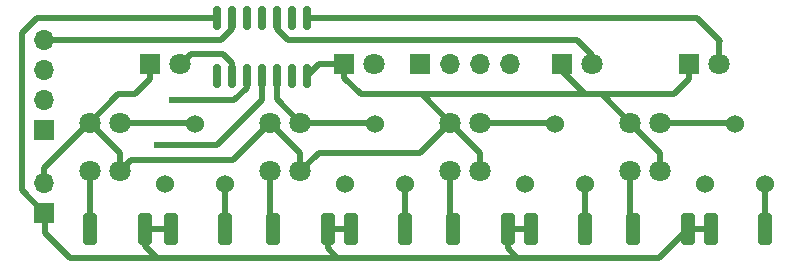
<source format=gbr>
%TF.GenerationSoftware,KiCad,Pcbnew,8.0.5*%
%TF.CreationDate,2024-10-09T02:46:16+09:00*%
%TF.ProjectId,LT,4c542e6b-6963-4616-945f-706362585858,rev?*%
%TF.SameCoordinates,Original*%
%TF.FileFunction,Copper,L1,Top*%
%TF.FilePolarity,Positive*%
%FSLAX46Y46*%
G04 Gerber Fmt 4.6, Leading zero omitted, Abs format (unit mm)*
G04 Created by KiCad (PCBNEW 8.0.5) date 2024-10-09 02:46:16*
%MOMM*%
%LPD*%
G01*
G04 APERTURE LIST*
G04 Aperture macros list*
%AMRoundRect*
0 Rectangle with rounded corners*
0 $1 Rounding radius*
0 $2 $3 $4 $5 $6 $7 $8 $9 X,Y pos of 4 corners*
0 Add a 4 corners polygon primitive as box body*
4,1,4,$2,$3,$4,$5,$6,$7,$8,$9,$2,$3,0*
0 Add four circle primitives for the rounded corners*
1,1,$1+$1,$2,$3*
1,1,$1+$1,$4,$5*
1,1,$1+$1,$6,$7*
1,1,$1+$1,$8,$9*
0 Add four rect primitives between the rounded corners*
20,1,$1+$1,$2,$3,$4,$5,0*
20,1,$1+$1,$4,$5,$6,$7,0*
20,1,$1+$1,$6,$7,$8,$9,0*
20,1,$1+$1,$8,$9,$2,$3,0*%
G04 Aperture macros list end*
%TA.AperFunction,ComponentPad*%
%ADD10R,1.800000X1.800000*%
%TD*%
%TA.AperFunction,ComponentPad*%
%ADD11C,1.800000*%
%TD*%
%TA.AperFunction,ComponentPad*%
%ADD12C,1.524000*%
%TD*%
%TA.AperFunction,SMDPad,CuDef*%
%ADD13RoundRect,0.250000X-0.362500X-1.075000X0.362500X-1.075000X0.362500X1.075000X-0.362500X1.075000X0*%
%TD*%
%TA.AperFunction,ComponentPad*%
%ADD14O,1.700000X1.700000*%
%TD*%
%TA.AperFunction,ComponentPad*%
%ADD15R,1.700000X1.700000*%
%TD*%
%TA.AperFunction,SMDPad,CuDef*%
%ADD16RoundRect,0.250000X0.362500X1.075000X-0.362500X1.075000X-0.362500X-1.075000X0.362500X-1.075000X0*%
%TD*%
%TA.AperFunction,SMDPad,CuDef*%
%ADD17RoundRect,0.150000X0.150000X-0.825000X0.150000X0.825000X-0.150000X0.825000X-0.150000X-0.825000X0*%
%TD*%
%TA.AperFunction,ViaPad*%
%ADD18C,0.600000*%
%TD*%
%TA.AperFunction,Conductor*%
%ADD19C,0.500000*%
%TD*%
G04 APERTURE END LIST*
D10*
%TO.P,D2,1,K*%
%TO.N,GND*%
X41270000Y-19195000D03*
D11*
%TO.P,D2,2,A*%
%TO.N,Net-(D2-A)*%
X43810000Y-19195000D03*
%TD*%
D12*
%TO.P,R4,3*%
%TO.N,N/C*%
X41347500Y-29355000D03*
%TO.P,R4,2*%
%TO.N,Net-(R4-Pad2)*%
X46427500Y-29355000D03*
%TO.P,R4,1*%
%TO.N,S2*%
X43887500Y-24275000D03*
%TD*%
D13*
%TO.P,R10,2*%
%TO.N,Net-(R10-Pad2)*%
X76907500Y-33165000D03*
%TO.P,R10,1*%
%TO.N,+5V*%
X72282500Y-33165000D03*
%TD*%
D14*
%TO.P,J2,4,Pin_4*%
%TO.N,Net-(J2-Pin_4)*%
X15875000Y-17135000D03*
%TO.P,J2,3,Pin_3*%
%TO.N,Net-(J2-Pin_3)*%
X15875000Y-19675000D03*
%TO.P,J2,2,Pin_2*%
%TO.N,Net-(J2-Pin_2)*%
X15875000Y-22215000D03*
D15*
%TO.P,J2,1,Pin_1*%
%TO.N,Net-(J2-Pin_1)*%
X15875000Y-24755000D03*
%TD*%
D14*
%TO.P,J1,4,Pin_4*%
%TO.N,S4*%
X55317500Y-19195000D03*
%TO.P,J1,3,Pin_3*%
%TO.N,S3*%
X52777500Y-19195000D03*
%TO.P,J1,2,Pin_2*%
%TO.N,S2*%
X50237500Y-19195000D03*
D15*
%TO.P,J1,1,Pin_1*%
%TO.N,S1*%
X47697500Y-19195000D03*
%TD*%
D16*
%TO.P,R11,2*%
%TO.N,Net-(U5-Anode)*%
X50465000Y-33165000D03*
%TO.P,R11,1*%
%TO.N,+5V*%
X55090000Y-33165000D03*
%TD*%
%TO.P,R1,2*%
%TO.N,Net-(U1-Anode)*%
X19757500Y-33165000D03*
%TO.P,R1,1*%
%TO.N,+5V*%
X24382500Y-33165000D03*
%TD*%
%TO.P,R6,2*%
%TO.N,Net-(U4-Anode)*%
X35225000Y-33165000D03*
%TO.P,R6,1*%
%TO.N,+5V*%
X39850000Y-33165000D03*
%TD*%
D13*
%TO.P,R3,2*%
%TO.N,Net-(R2-Pad2)*%
X31187500Y-33165000D03*
%TO.P,R3,1*%
%TO.N,+5V*%
X26562500Y-33165000D03*
%TD*%
D12*
%TO.P,R2,3*%
%TO.N,N/C*%
X26107500Y-29355000D03*
%TO.P,R2,2*%
%TO.N,Net-(R2-Pad2)*%
X31187500Y-29355000D03*
%TO.P,R2,1*%
%TO.N,S1*%
X28647500Y-24275000D03*
%TD*%
D11*
%TO.P,D1,2,A*%
%TO.N,Net-(D1-A)*%
X27377500Y-19195000D03*
D10*
%TO.P,D1,1,K*%
%TO.N,GND*%
X24837500Y-19195000D03*
%TD*%
D12*
%TO.P,R8,3*%
%TO.N,N/C*%
X71827500Y-29355000D03*
%TO.P,R8,2*%
%TO.N,Net-(R10-Pad2)*%
X76907500Y-29355000D03*
%TO.P,R8,1*%
%TO.N,S4*%
X74367500Y-24275000D03*
%TD*%
D13*
%TO.P,R5,2*%
%TO.N,Net-(R4-Pad2)*%
X46427500Y-33165000D03*
%TO.P,R5,1*%
%TO.N,+5V*%
X41802500Y-33165000D03*
%TD*%
D12*
%TO.P,R7,3*%
%TO.N,N/C*%
X56587500Y-29355000D03*
%TO.P,R7,2*%
%TO.N,Net-(R7-Pad2)*%
X61667500Y-29355000D03*
%TO.P,R7,1*%
%TO.N,S3*%
X59127500Y-24275000D03*
%TD*%
D14*
%TO.P,J3,2,Pin_2*%
%TO.N,GND*%
X15875000Y-29215000D03*
D15*
%TO.P,J3,1,Pin_1*%
%TO.N,+5V*%
X15875000Y-31755000D03*
%TD*%
D10*
%TO.P,D4,1,K*%
%TO.N,GND*%
X70485000Y-19195000D03*
D11*
%TO.P,D4,2,A*%
%TO.N,Net-(D4-A)*%
X73025000Y-19195000D03*
%TD*%
D16*
%TO.P,R12,2*%
%TO.N,Net-(U6-Anode)*%
X65705000Y-33165000D03*
%TO.P,R12,1*%
%TO.N,+5V*%
X70330000Y-33165000D03*
%TD*%
D11*
%TO.P,D3,2,A*%
%TO.N,Net-(D3-A)*%
X62225000Y-19195000D03*
D10*
%TO.P,D3,1,K*%
%TO.N,GND*%
X59685000Y-19195000D03*
%TD*%
D13*
%TO.P,R9,2*%
%TO.N,Net-(R7-Pad2)*%
X61667500Y-33165000D03*
%TO.P,R9,1*%
%TO.N,+5V*%
X57042500Y-33165000D03*
%TD*%
D17*
%TO.P,U2,14,VCC*%
%TO.N,+5V*%
X30480000Y-15240000D03*
%TO.P,U2,13*%
%TO.N,Net-(J2-Pin_4)*%
X31750000Y-15240000D03*
%TO.P,U2,12*%
%TO.N,Net-(J2-Pin_3)*%
X33020000Y-15240000D03*
%TO.P,U2,11*%
%TO.N,S3*%
X34290000Y-15240000D03*
%TO.P,U2,10*%
%TO.N,Net-(D3-A)*%
X35560000Y-15240000D03*
%TO.P,U2,9*%
%TO.N,S4*%
X36830000Y-15240000D03*
%TO.P,U2,8*%
%TO.N,Net-(D4-A)*%
X38100000Y-15240000D03*
%TO.P,U2,7,GND*%
%TO.N,GND*%
X38100000Y-20190000D03*
%TO.P,U2,6*%
%TO.N,Net-(D2-A)*%
X36830000Y-20190000D03*
%TO.P,U2,5*%
%TO.N,S2*%
X35560000Y-20190000D03*
%TO.P,U2,4*%
%TO.N,Net-(J2-Pin_1)*%
X34290000Y-20190000D03*
%TO.P,U2,3*%
%TO.N,Net-(J2-Pin_2)*%
X33020000Y-20190000D03*
%TO.P,U2,2*%
%TO.N,Net-(D1-A)*%
X31750000Y-20190000D03*
%TO.P,U2,1*%
%TO.N,S1*%
X30480000Y-20190000D03*
%TD*%
D11*
%TO.P,U6,4,Collector*%
%TO.N,S4*%
X68017500Y-24130000D03*
%TO.P,U6,3,Emitter*%
%TO.N,GND*%
X65477500Y-24130000D03*
%TO.P,U6,2,Cathode*%
X68017500Y-28230000D03*
%TO.P,U6,1,Anode*%
%TO.N,Net-(U6-Anode)*%
X65477500Y-28230000D03*
%TD*%
%TO.P,U1,4,Collector*%
%TO.N,S1*%
X22297500Y-24130000D03*
%TO.P,U1,3,Emitter*%
%TO.N,GND*%
X19757500Y-24130000D03*
%TO.P,U1,2,Cathode*%
X22297500Y-28230000D03*
%TO.P,U1,1,Anode*%
%TO.N,Net-(U1-Anode)*%
X19757500Y-28230000D03*
%TD*%
%TO.P,U4,4,Collector*%
%TO.N,S2*%
X37537500Y-24130000D03*
%TO.P,U4,3,Emitter*%
%TO.N,GND*%
X34997500Y-24130000D03*
%TO.P,U4,2,Cathode*%
X37537500Y-28230000D03*
%TO.P,U4,1,Anode*%
%TO.N,Net-(U4-Anode)*%
X34997500Y-28230000D03*
%TD*%
%TO.P,U5,4,Collector*%
%TO.N,S3*%
X52777500Y-24130000D03*
%TO.P,U5,3,Emitter*%
%TO.N,GND*%
X50237500Y-24130000D03*
%TO.P,U5,2,Cathode*%
X52777500Y-28230000D03*
%TO.P,U5,1,Anode*%
%TO.N,Net-(U5-Anode)*%
X50237500Y-28230000D03*
%TD*%
D18*
%TO.N,Net-(J2-Pin_3)*%
X33020000Y-15240000D03*
%TO.N,Net-(J2-Pin_2)*%
X26670000Y-22225000D03*
%TO.N,Net-(J2-Pin_1)*%
X25400000Y-26035000D03*
%TO.N,Net-(D2-A)*%
X36830000Y-20190000D03*
%TO.N,S4*%
X36830000Y-15240000D03*
%TO.N,S3*%
X34290000Y-15240000D03*
%TO.N,S1*%
X30480000Y-20320000D03*
%TD*%
D19*
%TO.N,Net-(D3-A)*%
X62225000Y-18410000D02*
X62225000Y-19195000D01*
X60960000Y-17145000D02*
X62225000Y-18410000D01*
X35560000Y-16214999D02*
X36490001Y-17145000D01*
X36490001Y-17145000D02*
X60960000Y-17145000D01*
X35560000Y-15240000D02*
X35560000Y-16214999D01*
%TO.N,GND*%
X59685000Y-19752500D02*
X61667500Y-21735000D01*
X59685000Y-19195000D02*
X59685000Y-19752500D01*
X41270000Y-20315000D02*
X42690000Y-21735000D01*
X41270000Y-19195000D02*
X41270000Y-20315000D01*
X42690000Y-21735000D02*
X61667500Y-21735000D01*
X39095000Y-19195000D02*
X41270000Y-19195000D01*
X38100000Y-20190000D02*
X39095000Y-19195000D01*
%TO.N,Net-(J2-Pin_4)*%
X30829999Y-17135000D02*
X15875000Y-17135000D01*
X31750000Y-16214999D02*
X30829999Y-17135000D01*
X31750000Y-15240000D02*
X31750000Y-16214999D01*
%TO.N,Net-(J2-Pin_2)*%
X31959999Y-22225000D02*
X26670000Y-22225000D01*
X33020000Y-21164999D02*
X31959999Y-22225000D01*
X33020000Y-20190000D02*
X33020000Y-21164999D01*
%TO.N,Net-(J2-Pin_1)*%
X30480000Y-26035000D02*
X25400000Y-26035000D01*
X34290000Y-22225000D02*
X30480000Y-26035000D01*
X34290000Y-20190000D02*
X34290000Y-22225000D01*
%TO.N,GND*%
X31822500Y-27305000D02*
X34997500Y-24130000D01*
X23222500Y-27305000D02*
X31822500Y-27305000D01*
X22297500Y-28230000D02*
X23222500Y-27305000D01*
%TO.N,+5V*%
X13970000Y-16510000D02*
X15240000Y-15240000D01*
X13970000Y-29845000D02*
X13970000Y-16510000D01*
X15947500Y-33446250D02*
X15947500Y-31822500D01*
X15947500Y-31822500D02*
X13970000Y-29845000D01*
X18061250Y-35560000D02*
X15947500Y-33446250D01*
X15240000Y-15240000D02*
X30480000Y-15240000D01*
X25400000Y-35560000D02*
X18061250Y-35560000D01*
%TO.N,Net-(D4-A)*%
X71120000Y-15240000D02*
X73097500Y-17217500D01*
X38100000Y-15240000D02*
X71120000Y-15240000D01*
%TO.N,GND*%
X70485000Y-20465000D02*
X69215000Y-21735000D01*
X69215000Y-21735000D02*
X61667500Y-21735000D01*
%TO.N,Net-(D4-A)*%
X73025000Y-17217500D02*
X73025000Y-19195000D01*
%TO.N,+5V*%
X55090000Y-33165000D02*
X55090000Y-34770000D01*
X55090000Y-34770000D02*
X55880000Y-35560000D01*
X55880000Y-35560000D02*
X67935000Y-35560000D01*
X40640000Y-35560000D02*
X55880000Y-35560000D01*
X67935000Y-35560000D02*
X68017500Y-35477500D01*
X70330000Y-33165000D02*
X68017500Y-35477500D01*
X39850000Y-34770000D02*
X40640000Y-35560000D01*
X39850000Y-33165000D02*
X39850000Y-34770000D01*
X25400000Y-35560000D02*
X40640000Y-35560000D01*
X24382500Y-34542500D02*
X25400000Y-35560000D01*
X24382500Y-33165000D02*
X24382500Y-34542500D01*
%TO.N,GND*%
X47697500Y-26670000D02*
X50237500Y-24130000D01*
X39097500Y-26670000D02*
X47697500Y-26670000D01*
X37537500Y-28230000D02*
X39097500Y-26670000D01*
%TO.N,S2*%
X35560000Y-22152500D02*
X37537500Y-24130000D01*
X35560000Y-20190000D02*
X35560000Y-22152500D01*
%TO.N,GND*%
X47842500Y-21735000D02*
X47770000Y-21735000D01*
X50237500Y-24130000D02*
X47842500Y-21735000D01*
%TO.N,Net-(D1-A)*%
X31750000Y-19050000D02*
X31750000Y-20190000D01*
X30995000Y-18295000D02*
X31750000Y-19050000D01*
X27377500Y-19195000D02*
X28277500Y-18295000D01*
X28277500Y-18295000D02*
X30995000Y-18295000D01*
%TO.N,GND*%
X22152500Y-21735000D02*
X23567500Y-21735000D01*
X19757500Y-24130000D02*
X22152500Y-21735000D01*
X52777500Y-26670000D02*
X50237500Y-24130000D01*
X22297500Y-28230000D02*
X22297500Y-26670000D01*
X65477500Y-24130000D02*
X63082500Y-21735000D01*
X37537500Y-28230000D02*
X37537500Y-26670000D01*
X61667500Y-21735000D02*
X62937500Y-21735000D01*
X24837500Y-20465000D02*
X23567500Y-21735000D01*
X68017500Y-28230000D02*
X68017500Y-26670000D01*
X70485000Y-19195000D02*
X70485000Y-20465000D01*
X24837500Y-19195000D02*
X24837500Y-20465000D01*
X63082500Y-21735000D02*
X62937500Y-21735000D01*
X37537500Y-26670000D02*
X34997500Y-24130000D01*
X52777500Y-28230000D02*
X52777500Y-26670000D01*
X68017500Y-26670000D02*
X65477500Y-24130000D01*
X22297500Y-26670000D02*
X19757500Y-24130000D01*
%TO.N,S3*%
X58982500Y-24130000D02*
X59127500Y-24275000D01*
X52777500Y-24130000D02*
X58982500Y-24130000D01*
%TO.N,S4*%
X68017500Y-24130000D02*
X74222500Y-24130000D01*
X74222500Y-24130000D02*
X74367500Y-24275000D01*
%TO.N,S2*%
X43742500Y-24130000D02*
X43887500Y-24275000D01*
X37537500Y-24130000D02*
X43742500Y-24130000D01*
%TO.N,S1*%
X28502500Y-24130000D02*
X28647500Y-24275000D01*
X22297500Y-24130000D02*
X28502500Y-24130000D01*
%TO.N,+5V*%
X26562500Y-33165000D02*
X24382500Y-33165000D01*
X70330000Y-33165000D02*
X72282500Y-33165000D01*
X57042500Y-33165000D02*
X55090000Y-33165000D01*
X41802500Y-33165000D02*
X39850000Y-33165000D01*
%TO.N,Net-(U1-Anode)*%
X19757500Y-28230000D02*
X19757500Y-33165000D01*
%TO.N,Net-(R2-Pad2)*%
X31187500Y-29355000D02*
X31187500Y-33165000D01*
%TO.N,Net-(R4-Pad2)*%
X46427500Y-29355000D02*
X46427500Y-33165000D01*
%TO.N,Net-(U4-Anode)*%
X34997500Y-32937500D02*
X35225000Y-33165000D01*
X34997500Y-28230000D02*
X34997500Y-32937500D01*
%TO.N,Net-(R7-Pad2)*%
X61667500Y-33165000D02*
X61667500Y-29355000D01*
%TO.N,Net-(R10-Pad2)*%
X76907500Y-29355000D02*
X76907500Y-33165000D01*
%TO.N,Net-(U5-Anode)*%
X50237500Y-32937500D02*
X50465000Y-33165000D01*
X50237500Y-28230000D02*
X50237500Y-32937500D01*
%TO.N,Net-(U6-Anode)*%
X65477500Y-28230000D02*
X65477500Y-32937500D01*
X65477500Y-32937500D02*
X65705000Y-33165000D01*
%TO.N,GND*%
X19685000Y-24130000D02*
X19757500Y-24130000D01*
X15875000Y-27940000D02*
X19685000Y-24130000D01*
X15875000Y-29215000D02*
X15875000Y-27940000D01*
%TD*%
M02*

</source>
